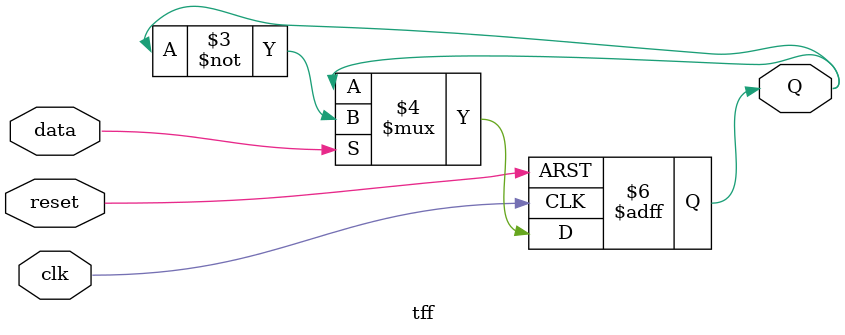
<source format=v>

`timescale 1ns / 1ns // `timescale time_unit/time_precision

module tff(
	input data,
	input clk,
	input reset,
	output reg Q
	);

	always @(posedge clk or negedge reset) begin
		if (~reset)
			Q <= 1'b0;
		else if (data)
			Q <= ~Q;
	end
endmodule

</source>
